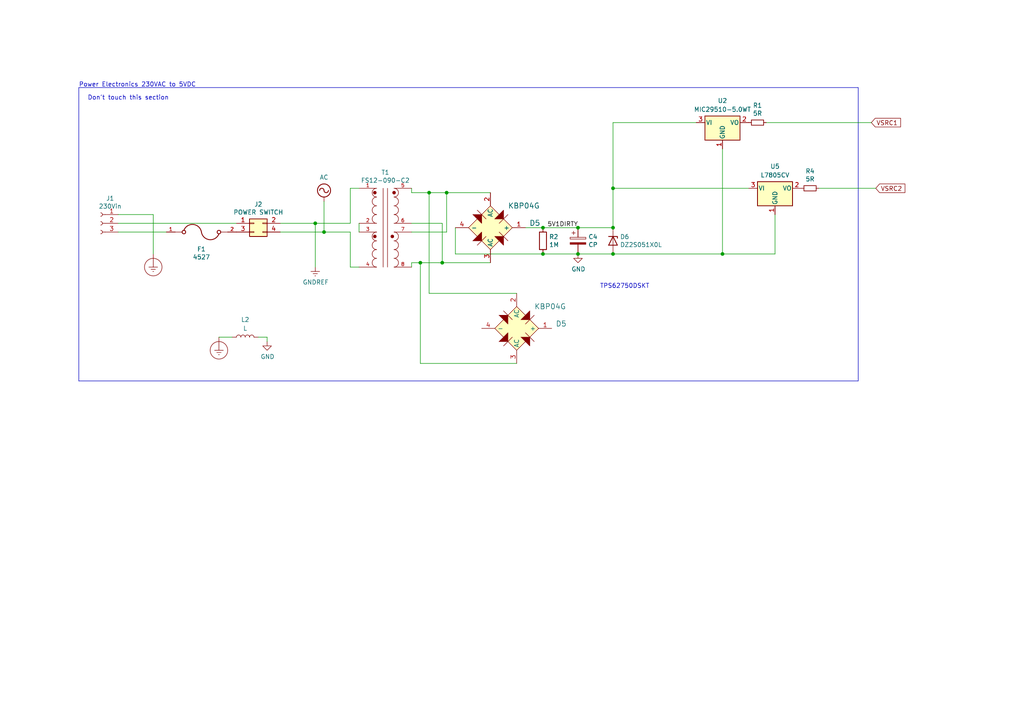
<source format=kicad_sch>
(kicad_sch (version 20230121) (generator eeschema)

  (uuid 117a513a-f8f1-42a0-8cad-67b4f3462d4d)

  (paper "A4")

  (lib_symbols
    (symbol "Connector:Conn_01x03_Female" (pin_names (offset 1.016) hide) (in_bom yes) (on_board yes)
      (property "Reference" "J" (at 0 5.08 0)
        (effects (font (size 1.27 1.27)))
      )
      (property "Value" "Connector_Conn_01x03_Female" (at 0 -5.08 0)
        (effects (font (size 1.27 1.27)))
      )
      (property "Footprint" "" (at 0 0 0)
        (effects (font (size 1.27 1.27)) hide)
      )
      (property "Datasheet" "" (at 0 0 0)
        (effects (font (size 1.27 1.27)) hide)
      )
      (property "ki_fp_filters" "Connector*:*_1x??_*" (at 0 0 0)
        (effects (font (size 1.27 1.27)) hide)
      )
      (symbol "Conn_01x03_Female_1_1"
        (arc (start 0 -2.032) (mid -0.5058 -2.54) (end 0 -3.048)
          (stroke (width 0.1524) (type solid))
          (fill (type none))
        )
        (polyline
          (pts
            (xy -1.27 -2.54)
            (xy -0.508 -2.54)
          )
          (stroke (width 0.1524) (type solid))
          (fill (type none))
        )
        (polyline
          (pts
            (xy -1.27 0)
            (xy -0.508 0)
          )
          (stroke (width 0.1524) (type solid))
          (fill (type none))
        )
        (polyline
          (pts
            (xy -1.27 2.54)
            (xy -0.508 2.54)
          )
          (stroke (width 0.1524) (type solid))
          (fill (type none))
        )
        (arc (start 0 0.508) (mid -0.5058 0) (end 0 -0.508)
          (stroke (width 0.1524) (type solid))
          (fill (type none))
        )
        (arc (start 0 3.048) (mid -0.5058 2.54) (end 0 2.032)
          (stroke (width 0.1524) (type solid))
          (fill (type none))
        )
        (pin passive line (at -5.08 2.54 0) (length 3.81)
          (name "Pin_1" (effects (font (size 1.27 1.27))))
          (number "1" (effects (font (size 1.27 1.27))))
        )
        (pin passive line (at -5.08 0 0) (length 3.81)
          (name "Pin_2" (effects (font (size 1.27 1.27))))
          (number "2" (effects (font (size 1.27 1.27))))
        )
        (pin passive line (at -5.08 -2.54 0) (length 3.81)
          (name "Pin_3" (effects (font (size 1.27 1.27))))
          (number "3" (effects (font (size 1.27 1.27))))
        )
      )
    )
    (symbol "Connector_Generic:Conn_02x02_Odd_Even" (pin_names (offset 1.016) hide) (in_bom yes) (on_board yes)
      (property "Reference" "J" (at 1.27 2.54 0)
        (effects (font (size 1.27 1.27)))
      )
      (property "Value" "Conn_02x02_Odd_Even" (at 1.27 -5.08 0)
        (effects (font (size 1.27 1.27)))
      )
      (property "Footprint" "" (at 0 0 0)
        (effects (font (size 1.27 1.27)) hide)
      )
      (property "Datasheet" "~" (at 0 0 0)
        (effects (font (size 1.27 1.27)) hide)
      )
      (property "ki_keywords" "connector" (at 0 0 0)
        (effects (font (size 1.27 1.27)) hide)
      )
      (property "ki_description" "Generic connector, double row, 02x02, odd/even pin numbering scheme (row 1 odd numbers, row 2 even numbers), script generated (kicad-library-utils/schlib/autogen/connector/)" (at 0 0 0)
        (effects (font (size 1.27 1.27)) hide)
      )
      (property "ki_fp_filters" "Connector*:*_2x??_*" (at 0 0 0)
        (effects (font (size 1.27 1.27)) hide)
      )
      (symbol "Conn_02x02_Odd_Even_1_1"
        (rectangle (start -1.27 -2.413) (end 0 -2.667)
          (stroke (width 0.1524) (type default))
          (fill (type none))
        )
        (rectangle (start -1.27 0.127) (end 0 -0.127)
          (stroke (width 0.1524) (type default))
          (fill (type none))
        )
        (rectangle (start -1.27 1.27) (end 3.81 -3.81)
          (stroke (width 0.254) (type default))
          (fill (type background))
        )
        (rectangle (start 3.81 -2.413) (end 2.54 -2.667)
          (stroke (width 0.1524) (type default))
          (fill (type none))
        )
        (rectangle (start 3.81 0.127) (end 2.54 -0.127)
          (stroke (width 0.1524) (type default))
          (fill (type none))
        )
        (pin passive line (at -5.08 0 0) (length 3.81)
          (name "Pin_1" (effects (font (size 1.27 1.27))))
          (number "1" (effects (font (size 1.27 1.27))))
        )
        (pin passive line (at 7.62 0 180) (length 3.81)
          (name "Pin_2" (effects (font (size 1.27 1.27))))
          (number "2" (effects (font (size 1.27 1.27))))
        )
        (pin passive line (at -5.08 -2.54 0) (length 3.81)
          (name "Pin_3" (effects (font (size 1.27 1.27))))
          (number "3" (effects (font (size 1.27 1.27))))
        )
        (pin passive line (at 7.62 -2.54 180) (length 3.81)
          (name "Pin_4" (effects (font (size 1.27 1.27))))
          (number "4" (effects (font (size 1.27 1.27))))
        )
      )
    )
    (symbol "Device:L" (pin_numbers hide) (pin_names (offset 1.016) hide) (in_bom yes) (on_board yes)
      (property "Reference" "L" (at -1.27 0 90)
        (effects (font (size 1.27 1.27)))
      )
      (property "Value" "L" (at 1.905 0 90)
        (effects (font (size 1.27 1.27)))
      )
      (property "Footprint" "" (at 0 0 0)
        (effects (font (size 1.27 1.27)) hide)
      )
      (property "Datasheet" "~" (at 0 0 0)
        (effects (font (size 1.27 1.27)) hide)
      )
      (property "ki_keywords" "inductor choke coil reactor magnetic" (at 0 0 0)
        (effects (font (size 1.27 1.27)) hide)
      )
      (property "ki_description" "Inductor" (at 0 0 0)
        (effects (font (size 1.27 1.27)) hide)
      )
      (property "ki_fp_filters" "Choke_* *Coil* Inductor_* L_*" (at 0 0 0)
        (effects (font (size 1.27 1.27)) hide)
      )
      (symbol "L_0_1"
        (arc (start 0 -2.54) (mid 0.6323 -1.905) (end 0 -1.27)
          (stroke (width 0) (type default))
          (fill (type none))
        )
        (arc (start 0 -1.27) (mid 0.6323 -0.635) (end 0 0)
          (stroke (width 0) (type default))
          (fill (type none))
        )
        (arc (start 0 0) (mid 0.6323 0.635) (end 0 1.27)
          (stroke (width 0) (type default))
          (fill (type none))
        )
        (arc (start 0 1.27) (mid 0.6323 1.905) (end 0 2.54)
          (stroke (width 0) (type default))
          (fill (type none))
        )
      )
      (symbol "L_1_1"
        (pin passive line (at 0 3.81 270) (length 1.27)
          (name "1" (effects (font (size 1.27 1.27))))
          (number "1" (effects (font (size 1.27 1.27))))
        )
        (pin passive line (at 0 -3.81 90) (length 1.27)
          (name "2" (effects (font (size 1.27 1.27))))
          (number "2" (effects (font (size 1.27 1.27))))
        )
      )
    )
    (symbol "Device:R" (pin_numbers hide) (pin_names (offset 0)) (in_bom yes) (on_board yes)
      (property "Reference" "R" (at 2.032 0 90)
        (effects (font (size 1.27 1.27)))
      )
      (property "Value" "R" (at 0 0 90)
        (effects (font (size 1.27 1.27)))
      )
      (property "Footprint" "" (at -1.778 0 90)
        (effects (font (size 1.27 1.27)) hide)
      )
      (property "Datasheet" "~" (at 0 0 0)
        (effects (font (size 1.27 1.27)) hide)
      )
      (property "ki_keywords" "R res resistor" (at 0 0 0)
        (effects (font (size 1.27 1.27)) hide)
      )
      (property "ki_description" "Resistor" (at 0 0 0)
        (effects (font (size 1.27 1.27)) hide)
      )
      (property "ki_fp_filters" "R_*" (at 0 0 0)
        (effects (font (size 1.27 1.27)) hide)
      )
      (symbol "R_0_1"
        (rectangle (start -1.016 -2.54) (end 1.016 2.54)
          (stroke (width 0.254) (type default))
          (fill (type none))
        )
      )
      (symbol "R_1_1"
        (pin passive line (at 0 3.81 270) (length 1.27)
          (name "~" (effects (font (size 1.27 1.27))))
          (number "1" (effects (font (size 1.27 1.27))))
        )
        (pin passive line (at 0 -3.81 90) (length 1.27)
          (name "~" (effects (font (size 1.27 1.27))))
          (number "2" (effects (font (size 1.27 1.27))))
        )
      )
    )
    (symbol "Device:R_Small" (pin_numbers hide) (pin_names (offset 0.254) hide) (in_bom yes) (on_board yes)
      (property "Reference" "R" (at 0.762 0.508 0)
        (effects (font (size 1.27 1.27)) (justify left))
      )
      (property "Value" "R_Small" (at 0.762 -1.016 0)
        (effects (font (size 1.27 1.27)) (justify left))
      )
      (property "Footprint" "" (at 0 0 0)
        (effects (font (size 1.27 1.27)) hide)
      )
      (property "Datasheet" "~" (at 0 0 0)
        (effects (font (size 1.27 1.27)) hide)
      )
      (property "ki_keywords" "R resistor" (at 0 0 0)
        (effects (font (size 1.27 1.27)) hide)
      )
      (property "ki_description" "Resistor, small symbol" (at 0 0 0)
        (effects (font (size 1.27 1.27)) hide)
      )
      (property "ki_fp_filters" "R_*" (at 0 0 0)
        (effects (font (size 1.27 1.27)) hide)
      )
      (symbol "R_Small_0_1"
        (rectangle (start -0.762 1.778) (end 0.762 -1.778)
          (stroke (width 0.2032) (type default))
          (fill (type none))
        )
      )
      (symbol "R_Small_1_1"
        (pin passive line (at 0 2.54 270) (length 0.762)
          (name "~" (effects (font (size 1.27 1.27))))
          (number "1" (effects (font (size 1.27 1.27))))
        )
        (pin passive line (at 0 -2.54 90) (length 0.762)
          (name "~" (effects (font (size 1.27 1.27))))
          (number "2" (effects (font (size 1.27 1.27))))
        )
      )
    )
    (symbol "Diode:DZ2S051X0L" (pin_numbers hide) (pin_names hide) (in_bom yes) (on_board yes)
      (property "Reference" "D" (at 0 2.54 0)
        (effects (font (size 1.27 1.27)))
      )
      (property "Value" "DZ2S051X0L" (at 0 -2.54 0)
        (effects (font (size 1.27 1.27)))
      )
      (property "Footprint" "Diode_SMD:D_SOD-523" (at 0 -4.445 0)
        (effects (font (size 1.27 1.27)) hide)
      )
      (property "Datasheet" "https://industrial.panasonic.com/content/data/SC/ds/ds4/DZ2S05100L_E.pdf" (at 0 0 0)
        (effects (font (size 1.27 1.27)) hide)
      )
      (property "ki_keywords" "zener diode" (at 0 0 0)
        (effects (font (size 1.27 1.27)) hide)
      )
      (property "ki_description" "150mW Silicon Planar Zener Diode, 5.1V, SOD-523" (at 0 0 0)
        (effects (font (size 1.27 1.27)) hide)
      )
      (property "ki_fp_filters" "D?SOD?523*" (at 0 0 0)
        (effects (font (size 1.27 1.27)) hide)
      )
      (symbol "DZ2S051X0L_0_1"
        (polyline
          (pts
            (xy 1.27 0)
            (xy -1.27 0)
          )
          (stroke (width 0) (type default))
          (fill (type none))
        )
        (polyline
          (pts
            (xy -1.27 -1.27)
            (xy -1.27 1.27)
            (xy -0.762 1.27)
          )
          (stroke (width 0.254) (type default))
          (fill (type none))
        )
        (polyline
          (pts
            (xy 1.27 -1.27)
            (xy 1.27 1.27)
            (xy -1.27 0)
            (xy 1.27 -1.27)
          )
          (stroke (width 0.254) (type default))
          (fill (type none))
        )
      )
      (symbol "DZ2S051X0L_1_1"
        (pin passive line (at -3.81 0 0) (length 2.54)
          (name "K" (effects (font (size 1.27 1.27))))
          (number "1" (effects (font (size 1.27 1.27))))
        )
        (pin passive line (at 3.81 0 180) (length 2.54)
          (name "A" (effects (font (size 1.27 1.27))))
          (number "2" (effects (font (size 1.27 1.27))))
        )
      )
    )
    (symbol "FS12-090-C2:FS12-090-C2" (pin_names (offset 1.016) hide) (in_bom yes) (on_board yes)
      (property "Reference" "T" (at -5.1054 12.7254 0)
        (effects (font (size 1.27 1.27)) (justify left bottom))
      )
      (property "Value" "FS12-090-C2" (at -5.08 -15.24 0)
        (effects (font (size 1.27 1.27)) (justify left bottom))
      )
      (property "Footprint" "XFMR_FS12-090-C2" (at 0 0 0)
        (effects (font (size 1.27 1.27)) (justify left bottom) hide)
      )
      (property "Datasheet" "" (at 0 0 0)
        (effects (font (size 1.27 1.27)) (justify left bottom) hide)
      )
      (property "STANDARD" "Manufacturer Recommendations" (at 0 0 0)
        (effects (font (size 1.27 1.27)) (justify left bottom) hide)
      )
      (property "PARTREV" "N/A" (at 0 0 0)
        (effects (font (size 1.27 1.27)) (justify left bottom) hide)
      )
      (property "MANUFACTURER" "Triad Magnetics" (at 0 0 0)
        (effects (font (size 1.27 1.27)) (justify left bottom) hide)
      )
      (property "ki_locked" "" (at 0 0 0)
        (effects (font (size 1.27 1.27)))
      )
      (symbol "FS12-090-C2_0_0"
        (circle (center -3.048 -3.81) (radius 0.254)
          (stroke (width 0.508) (type solid))
          (fill (type none))
        )
        (circle (center -3.048 8.89) (radius 0.254)
          (stroke (width 0.508) (type solid))
          (fill (type none))
        )
        (arc (start -2.54 -10.16) (mid -3.8045 -11.43) (end -2.54 -12.7)
          (stroke (width 0.1524) (type solid))
          (fill (type none))
        )
        (arc (start -2.54 -7.62) (mid -3.8045 -8.89) (end -2.54 -10.16)
          (stroke (width 0.1524) (type solid))
          (fill (type none))
        )
        (arc (start -2.54 -5.08) (mid -3.8045 -6.35) (end -2.54 -7.62)
          (stroke (width 0.1524) (type solid))
          (fill (type none))
        )
        (arc (start -2.54 -2.54) (mid -3.8045 -3.81) (end -2.54 -5.08)
          (stroke (width 0.1524) (type solid))
          (fill (type none))
        )
        (arc (start -2.54 2.54) (mid -3.8045 1.27) (end -2.54 0)
          (stroke (width 0.1524) (type solid))
          (fill (type none))
        )
        (arc (start -2.54 5.08) (mid -3.8045 3.81) (end -2.54 2.54)
          (stroke (width 0.1524) (type solid))
          (fill (type none))
        )
        (arc (start -2.54 7.62) (mid -3.8045 6.35) (end -2.54 5.08)
          (stroke (width 0.1524) (type solid))
          (fill (type none))
        )
        (arc (start -2.54 10.16) (mid -3.8045 8.89) (end -2.54 7.62)
          (stroke (width 0.1524) (type solid))
          (fill (type none))
        )
        (polyline
          (pts
            (xy -0.635 10.16)
            (xy -0.635 -12.7)
          )
          (stroke (width 0.1524) (type solid))
          (fill (type none))
        )
        (polyline
          (pts
            (xy 0.635 10.16)
            (xy 0.635 -12.7)
          )
          (stroke (width 0.1524) (type solid))
          (fill (type none))
        )
        (circle (center 2.032 -3.81) (radius 0.254)
          (stroke (width 0.508) (type solid))
          (fill (type none))
        )
        (arc (start 2.54 -12.7) (mid 3.8045 -11.43) (end 2.54 -10.16)
          (stroke (width 0.1524) (type solid))
          (fill (type none))
        )
        (arc (start 2.54 -10.16) (mid 3.8045 -8.89) (end 2.54 -7.62)
          (stroke (width 0.1524) (type solid))
          (fill (type none))
        )
        (arc (start 2.54 -7.62) (mid 3.8045 -6.35) (end 2.54 -5.08)
          (stroke (width 0.1524) (type solid))
          (fill (type none))
        )
        (arc (start 2.54 -5.08) (mid 3.8045 -3.81) (end 2.54 -2.54)
          (stroke (width 0.1524) (type solid))
          (fill (type none))
        )
        (arc (start 2.54 0) (mid 3.8045 1.27) (end 2.54 2.54)
          (stroke (width 0.1524) (type solid))
          (fill (type none))
        )
        (arc (start 2.54 2.54) (mid 3.8045 3.81) (end 2.54 5.08)
          (stroke (width 0.1524) (type solid))
          (fill (type none))
        )
        (arc (start 2.54 5.08) (mid 3.8045 6.35) (end 2.54 7.62)
          (stroke (width 0.1524) (type solid))
          (fill (type none))
        )
        (arc (start 2.54 7.62) (mid 3.8045 8.89) (end 2.54 10.16)
          (stroke (width 0.1524) (type solid))
          (fill (type none))
        )
        (circle (center 2.54 8.89) (radius 0.254)
          (stroke (width 0.508) (type solid))
          (fill (type none))
        )
        (pin passive line (at -7.62 10.16 0) (length 5.08)
          (name "~" (effects (font (size 1.016 1.016))))
          (number "1" (effects (font (size 1.016 1.016))))
        )
        (pin passive line (at -7.62 0 0) (length 5.08)
          (name "~" (effects (font (size 1.016 1.016))))
          (number "2" (effects (font (size 1.016 1.016))))
        )
        (pin passive line (at -7.62 -2.54 0) (length 5.08)
          (name "~" (effects (font (size 1.016 1.016))))
          (number "3" (effects (font (size 1.016 1.016))))
        )
        (pin passive line (at -7.62 -12.7 0) (length 5.08)
          (name "~" (effects (font (size 1.016 1.016))))
          (number "4" (effects (font (size 1.016 1.016))))
        )
        (pin passive line (at 7.62 10.16 180) (length 5.08)
          (name "~" (effects (font (size 1.016 1.016))))
          (number "5" (effects (font (size 1.016 1.016))))
        )
        (pin passive line (at 7.62 0 180) (length 5.08)
          (name "~" (effects (font (size 1.016 1.016))))
          (number "6" (effects (font (size 1.016 1.016))))
        )
        (pin passive line (at 7.62 -2.54 180) (length 5.08)
          (name "~" (effects (font (size 1.016 1.016))))
          (number "7" (effects (font (size 1.016 1.016))))
        )
        (pin passive line (at 7.62 -12.7 180) (length 5.08)
          (name "~" (effects (font (size 1.016 1.016))))
          (number "8" (effects (font (size 1.016 1.016))))
        )
      )
    )
    (symbol "Regulator_Linear:AP2127N-1.0" (pin_names (offset 0.254)) (in_bom yes) (on_board yes)
      (property "Reference" "U" (at -3.81 3.175 0)
        (effects (font (size 1.27 1.27)))
      )
      (property "Value" "AP2127N-1.0" (at 0 3.175 0)
        (effects (font (size 1.27 1.27)) (justify left))
      )
      (property "Footprint" "Package_TO_SOT_SMD:SOT-23" (at 0 5.715 0)
        (effects (font (size 1.27 1.27) italic) hide)
      )
      (property "Datasheet" "https://www.diodes.com/assets/Datasheets/AP2127.pdf" (at 0 0 0)
        (effects (font (size 1.27 1.27)) hide)
      )
      (property "ki_keywords" "linear regulator ldo fixed positive" (at 0 0 0)
        (effects (font (size 1.27 1.27)) hide)
      )
      (property "ki_description" "300mA low dropout linear regulator, shutdown pin, 2.5V-6V input voltage, 1.0V fixed positive output, SOT-23 package" (at 0 0 0)
        (effects (font (size 1.27 1.27)) hide)
      )
      (property "ki_fp_filters" "SOT?23*" (at 0 0 0)
        (effects (font (size 1.27 1.27)) hide)
      )
      (symbol "AP2127N-1.0_0_1"
        (rectangle (start -5.08 1.905) (end 5.08 -5.08)
          (stroke (width 0.254) (type default))
          (fill (type background))
        )
      )
      (symbol "AP2127N-1.0_1_1"
        (pin power_in line (at 0 -7.62 90) (length 2.54)
          (name "GND" (effects (font (size 1.27 1.27))))
          (number "1" (effects (font (size 1.27 1.27))))
        )
        (pin power_out line (at 7.62 0 180) (length 2.54)
          (name "VO" (effects (font (size 1.27 1.27))))
          (number "2" (effects (font (size 1.27 1.27))))
        )
        (pin power_in line (at -7.62 0 0) (length 2.54)
          (name "VI" (effects (font (size 1.27 1.27))))
          (number "3" (effects (font (size 1.27 1.27))))
        )
      )
    )
    (symbol "power:AC" (power) (pin_names (offset 0)) (in_bom yes) (on_board yes)
      (property "Reference" "#PWR" (at 0 -2.54 0)
        (effects (font (size 1.27 1.27)) hide)
      )
      (property "Value" "AC" (at 0 6.35 0)
        (effects (font (size 1.27 1.27)))
      )
      (property "Footprint" "" (at 0 0 0)
        (effects (font (size 1.27 1.27)) hide)
      )
      (property "Datasheet" "" (at 0 0 0)
        (effects (font (size 1.27 1.27)) hide)
      )
      (property "ki_keywords" "global power" (at 0 0 0)
        (effects (font (size 1.27 1.27)) hide)
      )
      (property "ki_description" "Power symbol creates a global label with name \"AC\"" (at 0 0 0)
        (effects (font (size 1.27 1.27)) hide)
      )
      (symbol "AC_0_1"
        (polyline
          (pts
            (xy 0 0)
            (xy 0 1.27)
          )
          (stroke (width 0) (type default))
          (fill (type none))
        )
        (arc (start 0 3.175) (mid -0.635 3.8073) (end -1.27 3.175)
          (stroke (width 0.254) (type default))
          (fill (type none))
        )
        (arc (start 0 3.175) (mid 0.635 2.5427) (end 1.27 3.175)
          (stroke (width 0.254) (type default))
          (fill (type none))
        )
        (circle (center 0 3.175) (radius 1.905)
          (stroke (width 0.254) (type default))
          (fill (type none))
        )
      )
      (symbol "AC_1_1"
        (pin power_in line (at 0 0 90) (length 0) hide
          (name "AC" (effects (font (size 1.27 1.27))))
          (number "1" (effects (font (size 1.27 1.27))))
        )
      )
    )
    (symbol "power:Earth_Protective" (power) (pin_names (offset 0)) (in_bom yes) (on_board yes)
      (property "Reference" "#PWR" (at 6.35 -6.35 0)
        (effects (font (size 1.27 1.27)) hide)
      )
      (property "Value" "Earth_Protective" (at 11.43 -3.81 0)
        (effects (font (size 1.27 1.27)) hide)
      )
      (property "Footprint" "" (at 0 -2.54 0)
        (effects (font (size 1.27 1.27)) hide)
      )
      (property "Datasheet" "~" (at 0 -2.54 0)
        (effects (font (size 1.27 1.27)) hide)
      )
      (property "ki_keywords" "global ground gnd clean" (at 0 0 0)
        (effects (font (size 1.27 1.27)) hide)
      )
      (property "ki_description" "Power symbol creates a global label with name \"Earth_Protective\"" (at 0 0 0)
        (effects (font (size 1.27 1.27)) hide)
      )
      (symbol "Earth_Protective_0_1"
        (circle (center 0 -3.81) (radius 2.54)
          (stroke (width 0) (type default))
          (fill (type none))
        )
        (polyline
          (pts
            (xy -0.635 -4.445)
            (xy 0.635 -4.445)
          )
          (stroke (width 0) (type default))
          (fill (type none))
        )
        (polyline
          (pts
            (xy -0.127 -5.08)
            (xy 0.127 -5.08)
          )
          (stroke (width 0) (type default))
          (fill (type none))
        )
        (polyline
          (pts
            (xy 0 -3.81)
            (xy 0 0)
          )
          (stroke (width 0) (type default))
          (fill (type none))
        )
        (polyline
          (pts
            (xy 1.27 -3.81)
            (xy -1.27 -3.81)
          )
          (stroke (width 0) (type default))
          (fill (type none))
        )
      )
      (symbol "Earth_Protective_1_1"
        (pin power_in line (at 0 0 270) (length 0) hide
          (name "Earth_Protective" (effects (font (size 1.27 1.27))))
          (number "1" (effects (font (size 1.27 1.27))))
        )
      )
    )
    (symbol "power:GND" (power) (pin_names (offset 0)) (in_bom yes) (on_board yes)
      (property "Reference" "#PWR" (at 0 -6.35 0)
        (effects (font (size 1.27 1.27)) hide)
      )
      (property "Value" "GND" (at 0 -3.81 0)
        (effects (font (size 1.27 1.27)))
      )
      (property "Footprint" "" (at 0 0 0)
        (effects (font (size 1.27 1.27)) hide)
      )
      (property "Datasheet" "" (at 0 0 0)
        (effects (font (size 1.27 1.27)) hide)
      )
      (property "ki_keywords" "global power" (at 0 0 0)
        (effects (font (size 1.27 1.27)) hide)
      )
      (property "ki_description" "Power symbol creates a global label with name \"GND\" , ground" (at 0 0 0)
        (effects (font (size 1.27 1.27)) hide)
      )
      (symbol "GND_0_1"
        (polyline
          (pts
            (xy 0 0)
            (xy 0 -1.27)
            (xy 1.27 -1.27)
            (xy 0 -2.54)
            (xy -1.27 -1.27)
            (xy 0 -1.27)
          )
          (stroke (width 0) (type default))
          (fill (type none))
        )
      )
      (symbol "GND_1_1"
        (pin power_in line (at 0 0 270) (length 0) hide
          (name "GND" (effects (font (size 1.27 1.27))))
          (number "1" (effects (font (size 1.27 1.27))))
        )
      )
    )
    (symbol "power:GNDREF" (power) (pin_names (offset 0)) (in_bom yes) (on_board yes)
      (property "Reference" "#PWR" (at 0 -6.35 0)
        (effects (font (size 1.27 1.27)) hide)
      )
      (property "Value" "GNDREF" (at 0 -3.81 0)
        (effects (font (size 1.27 1.27)))
      )
      (property "Footprint" "" (at 0 0 0)
        (effects (font (size 1.27 1.27)) hide)
      )
      (property "Datasheet" "" (at 0 0 0)
        (effects (font (size 1.27 1.27)) hide)
      )
      (property "ki_keywords" "global power" (at 0 0 0)
        (effects (font (size 1.27 1.27)) hide)
      )
      (property "ki_description" "Power symbol creates a global label with name \"GNDREF\" , reference supply ground" (at 0 0 0)
        (effects (font (size 1.27 1.27)) hide)
      )
      (symbol "GNDREF_0_1"
        (polyline
          (pts
            (xy -0.635 -1.905)
            (xy 0.635 -1.905)
          )
          (stroke (width 0) (type default))
          (fill (type none))
        )
        (polyline
          (pts
            (xy -0.127 -2.54)
            (xy 0.127 -2.54)
          )
          (stroke (width 0) (type default))
          (fill (type none))
        )
        (polyline
          (pts
            (xy 0 -1.27)
            (xy 0 0)
          )
          (stroke (width 0) (type default))
          (fill (type none))
        )
        (polyline
          (pts
            (xy 1.27 -1.27)
            (xy -1.27 -1.27)
          )
          (stroke (width 0) (type default))
          (fill (type none))
        )
      )
      (symbol "GNDREF_1_1"
        (pin power_in line (at 0 0 270) (length 0) hide
          (name "GNDREF" (effects (font (size 1.27 1.27))))
          (number "1" (effects (font (size 1.27 1.27))))
        )
      )
    )
    (symbol "varaajamonitori-rescue:4527-4527" (pin_names (offset 1.016) hide) (in_bom yes) (on_board yes)
      (property "Reference" "F" (at -5.08 2.54 0)
        (effects (font (size 1.27 1.27)) (justify left bottom))
      )
      (property "Value" "4527-4527" (at -5.08 -5.08 0)
        (effects (font (size 1.27 1.27)) (justify left bottom))
      )
      (property "Footprint" "FUSE_4527" (at 0 0 0)
        (effects (font (size 1.27 1.27)) (justify left bottom) hide)
      )
      (property "Datasheet" "" (at 0 0 0)
        (effects (font (size 1.27 1.27)) (justify left bottom) hide)
      )
      (property "PARTREV" "B" (at 0 0 0)
        (effects (font (size 1.27 1.27)) (justify left bottom) hide)
      )
      (property "STANDARD" "Manufacturer Recommendations" (at 0 0 0)
        (effects (font (size 1.27 1.27)) (justify left bottom) hide)
      )
      (property "MANUFACTURER" "KEYSTONE" (at 0 0 0)
        (effects (font (size 1.27 1.27)) (justify left bottom) hide)
      )
      (property "ki_locked" "" (at 0 0 0)
        (effects (font (size 1.27 1.27)))
      )
      (symbol "4527-4527_0_0"
        (circle (center -5.08 0) (radius 0.508)
          (stroke (width 0.254) (type solid))
          (fill (type none))
        )
        (arc (start 0 0) (mid -2.3504 2.2064) (end -5.08 0.508)
          (stroke (width 0.254) (type solid))
          (fill (type none))
        )
        (polyline
          (pts
            (xy -7.62 0)
            (xy -5.588 0)
          )
          (stroke (width 0.1524) (type solid))
          (fill (type none))
        )
        (polyline
          (pts
            (xy 5.588 0)
            (xy 7.62 0)
          )
          (stroke (width 0.1524) (type solid))
          (fill (type none))
        )
        (arc (start 0 0) (mid 2.3504 -2.2064) (end 5.08 -0.508)
          (stroke (width 0.254) (type solid))
          (fill (type none))
        )
        (circle (center 5.08 0) (radius 0.508)
          (stroke (width 0.254) (type solid))
          (fill (type none))
        )
        (pin passive line (at -10.16 0 0) (length 2.54)
          (name "~" (effects (font (size 1.016 1.016))))
          (number "1" (effects (font (size 1.016 1.016))))
        )
        (pin passive line (at 10.16 0 180) (length 2.54)
          (name "~" (effects (font (size 1.016 1.016))))
          (number "2" (effects (font (size 1.016 1.016))))
        )
      )
    )
    (symbol "varaajamonitori-rescue:CP-Device" (pin_numbers hide) (pin_names (offset 0.254)) (in_bom yes) (on_board yes)
      (property "Reference" "C" (at 0.635 2.54 0)
        (effects (font (size 1.27 1.27)) (justify left))
      )
      (property "Value" "CP-Device" (at 0.635 -2.54 0)
        (effects (font (size 1.27 1.27)) (justify left))
      )
      (property "Footprint" "" (at 0.9652 -3.81 0)
        (effects (font (size 1.27 1.27)) hide)
      )
      (property "Datasheet" "" (at 0 0 0)
        (effects (font (size 1.27 1.27)) hide)
      )
      (property "ki_fp_filters" "CP_*" (at 0 0 0)
        (effects (font (size 1.27 1.27)) hide)
      )
      (symbol "CP-Device_0_1"
        (rectangle (start -2.286 0.508) (end 2.286 1.016)
          (stroke (width 0) (type solid))
          (fill (type none))
        )
        (polyline
          (pts
            (xy -1.778 2.286)
            (xy -0.762 2.286)
          )
          (stroke (width 0) (type solid))
          (fill (type none))
        )
        (polyline
          (pts
            (xy -1.27 2.794)
            (xy -1.27 1.778)
          )
          (stroke (width 0) (type solid))
          (fill (type none))
        )
        (rectangle (start 2.286 -0.508) (end -2.286 -1.016)
          (stroke (width 0) (type solid))
          (fill (type outline))
        )
      )
      (symbol "CP-Device_1_1"
        (pin passive line (at 0 3.81 270) (length 2.794)
          (name "~" (effects (font (size 1.27 1.27))))
          (number "1" (effects (font (size 1.27 1.27))))
        )
        (pin passive line (at 0 -3.81 90) (length 2.794)
          (name "~" (effects (font (size 1.27 1.27))))
          (number "2" (effects (font (size 1.27 1.27))))
        )
      )
    )
    (symbol "varaajamonitori-rescue:KBP04G-dk_Diodes-Bridge-Rectifiers" (pin_names (offset 0.762)) (in_bom yes) (on_board yes)
      (property "Reference" "D" (at -7.62 6.35 0)
        (effects (font (size 1.524 1.524)) (justify left))
      )
      (property "Value" "KBP04G-dk_Diodes-Bridge-Rectifiers" (at 1.27 -7.62 0)
        (effects (font (size 1.524 1.524)) (justify left))
      )
      (property "Footprint" "digikey-footprints:SIP-4_W3.81mm" (at 5.08 5.08 0)
        (effects (font (size 1.524 1.524)) (justify left) hide)
      )
      (property "Datasheet" "https://www.diodes.com/assets/Datasheets/ds21203.pdf" (at 5.08 7.62 0)
        (effects (font (size 1.524 1.524)) (justify left) hide)
      )
      (property "Digi-Key_PN" "KBP04G-ND" (at 5.08 10.16 0)
        (effects (font (size 1.524 1.524)) (justify left) hide)
      )
      (property "MPN" "KBP04G" (at 5.08 12.7 0)
        (effects (font (size 1.524 1.524)) (justify left) hide)
      )
      (property "Category" "Discrete Semiconductor Products" (at 5.08 15.24 0)
        (effects (font (size 1.524 1.524)) (justify left) hide)
      )
      (property "Family" "Diodes - Bridge Rectifiers" (at 5.08 17.78 0)
        (effects (font (size 1.524 1.524)) (justify left) hide)
      )
      (property "DK_Datasheet_Link" "https://www.diodes.com/assets/Datasheets/ds21203.pdf" (at 5.08 20.32 0)
        (effects (font (size 1.524 1.524)) (justify left) hide)
      )
      (property "DK_Detail_Page" "/product-detail/en/diodes-incorporated/KBP04G/KBP04G-ND/248716" (at 5.08 22.86 0)
        (effects (font (size 1.524 1.524)) (justify left) hide)
      )
      (property "Description" "BRIDGE RECT 1PHASE 400V 1.5A KBP" (at 5.08 25.4 0)
        (effects (font (size 1.524 1.524)) (justify left) hide)
      )
      (property "Manufacturer" "Diodes Incorporated" (at 5.08 27.94 0)
        (effects (font (size 1.524 1.524)) (justify left) hide)
      )
      (property "Status" "Active" (at 5.08 30.48 0)
        (effects (font (size 1.524 1.524)) (justify left) hide)
      )
      (symbol "KBP04G-dk_Diodes-Bridge-Rectifiers_0_1"
        (polyline
          (pts
            (xy -3.81 5.08)
            (xy -1.27 2.54)
          )
          (stroke (width 0) (type solid))
          (fill (type none))
        )
        (polyline
          (pts
            (xy -1.27 -2.54)
            (xy -3.81 -5.08)
          )
          (stroke (width 0) (type solid))
          (fill (type none))
        )
        (polyline
          (pts
            (xy 2.54 -1.27)
            (xy 5.08 -3.81)
          )
          (stroke (width 0) (type solid))
          (fill (type none))
        )
        (polyline
          (pts
            (xy 5.08 3.81)
            (xy 2.54 1.27)
          )
          (stroke (width 0) (type solid))
          (fill (type none))
        )
        (polyline
          (pts
            (xy -5.08 -3.81)
            (xy -2.54 -1.27)
            (xy -2.54 -3.81)
            (xy -5.08 -3.81)
          )
          (stroke (width 0) (type solid))
          (fill (type outline))
        )
        (polyline
          (pts
            (xy -5.08 3.81)
            (xy -2.54 1.27)
            (xy -2.54 3.81)
            (xy -5.08 3.81)
          )
          (stroke (width 0) (type solid))
          (fill (type outline))
        )
        (polyline
          (pts
            (xy 1.27 -2.54)
            (xy 3.81 -5.08)
            (xy 3.81 -2.54)
            (xy 1.27 -2.54)
          )
          (stroke (width 0) (type solid))
          (fill (type outline))
        )
        (polyline
          (pts
            (xy 1.27 2.54)
            (xy 3.81 5.08)
            (xy 3.81 2.54)
            (xy 1.27 2.54)
          )
          (stroke (width 0) (type solid))
          (fill (type outline))
        )
        (polyline
          (pts
            (xy 0 -6.35)
            (xy -6.35 0)
            (xy 0 6.35)
            (xy 6.35 0)
            (xy 0 -6.35)
          )
          (stroke (width 0) (type solid))
          (fill (type background))
        )
      )
      (symbol "KBP04G-dk_Diodes-Bridge-Rectifiers_1_1"
        (pin power_out line (at 10.16 0 180) (length 3.81)
          (name "+" (effects (font (size 1.27 1.27))))
          (number "1" (effects (font (size 1.27 1.27))))
        )
        (pin power_in line (at 0 10.16 270) (length 3.81)
          (name "AC" (effects (font (size 1.27 1.27))))
          (number "2" (effects (font (size 1.27 1.27))))
        )
        (pin power_in line (at 0 -10.16 90) (length 3.81)
          (name "AC" (effects (font (size 1.27 1.27))))
          (number "3" (effects (font (size 1.27 1.27))))
        )
        (pin power_out line (at -10.16 0 0) (length 3.81)
          (name "-" (effects (font (size 1.27 1.27))))
          (number "4" (effects (font (size 1.27 1.27))))
        )
      )
    )
  )

  (junction (at 93.98 67.31) (diameter 0) (color 0 0 0 0)
    (uuid 038d57b0-be14-42f5-882a-ee01aa391cb1)
  )
  (junction (at 177.8 54.61) (diameter 0) (color 0 0 0 0)
    (uuid 14ecb37e-573e-46c9-bba6-8814879677da)
  )
  (junction (at 129.54 55.88) (diameter 0) (color 0 0 0 0)
    (uuid 17e390e0-a35e-46e0-bc79-97b540309a16)
  )
  (junction (at 128.27 76.2) (diameter 0) (color 0 0 0 0)
    (uuid 203bad4c-cdf4-4308-b5eb-840a147ab7ce)
  )
  (junction (at 177.8 73.66) (diameter 0) (color 0 0 0 0)
    (uuid 232899d1-1d01-4604-a984-69973828cf99)
  )
  (junction (at 157.48 73.66) (diameter 0) (color 0 0 0 0)
    (uuid 28552853-1d21-4fad-a2e8-f41fedf28820)
  )
  (junction (at 177.8 66.04) (diameter 0) (color 0 0 0 0)
    (uuid 33ec62fa-f426-40a2-be24-a9462cf04c97)
  )
  (junction (at 124.46 55.88) (diameter 0) (color 0 0 0 0)
    (uuid 3d04da9a-26b0-4882-ae78-a06d3e8f20e9)
  )
  (junction (at 167.64 66.04) (diameter 0) (color 0 0 0 0)
    (uuid 3ddd4354-8cd5-4cf0-b5a1-b7b606d7e4be)
  )
  (junction (at 91.44 64.77) (diameter 0) (color 0 0 0 0)
    (uuid 44582bc5-fb0e-4c70-b51d-c4d2befa5fe7)
  )
  (junction (at 209.55 73.66) (diameter 0) (color 0 0 0 0)
    (uuid 5714fefa-e17e-4298-9c7a-f2fadc95c957)
  )
  (junction (at 157.48 66.04) (diameter 0) (color 0 0 0 0)
    (uuid 5fde5eb9-c07d-42cd-bec0-9eaa174e6a41)
  )
  (junction (at 167.64 73.66) (diameter 0) (color 0 0 0 0)
    (uuid 945b9a60-948e-4f1c-a948-b9cd0e9c1454)
  )
  (junction (at 121.92 76.2) (diameter 0) (color 0 0 0 0)
    (uuid aaaf301b-b6ce-48e8-bf08-ddb63f2b099b)
  )

  (wire (pts (xy 128.27 64.77) (xy 119.38 64.77))
    (stroke (width 0) (type default))
    (uuid 0c5e1440-5c02-49a9-a4e0-5f09c806155e)
  )
  (wire (pts (xy 104.14 54.61) (xy 101.6 54.61))
    (stroke (width 0) (type default))
    (uuid 0f47d00b-ae9d-4a93-b133-68628d970a8c)
  )
  (wire (pts (xy 93.98 58.42) (xy 93.98 67.31))
    (stroke (width 0) (type default))
    (uuid 1562b68f-1151-4471-acc8-304273eb0e4e)
  )
  (wire (pts (xy 34.29 62.23) (xy 44.45 62.23))
    (stroke (width 0) (type default))
    (uuid 1fbe3cf3-3a10-4938-b60f-0c07ddb0caef)
  )
  (polyline (pts (xy 248.92 110.49) (xy 248.92 25.4))
    (stroke (width 0) (type default))
    (uuid 245223e6-791b-4dce-9116-7223ec2643de)
  )

  (wire (pts (xy 224.79 62.23) (xy 224.79 73.66))
    (stroke (width 0) (type default))
    (uuid 26ab1a0d-6a41-4bc2-8c25-82651f6dd514)
  )
  (wire (pts (xy 121.92 105.41) (xy 149.86 105.41))
    (stroke (width 0) (type default))
    (uuid 2f853c5a-544b-48a1-b087-6fd24e24e3a1)
  )
  (wire (pts (xy 93.98 67.31) (xy 101.6 67.31))
    (stroke (width 0) (type default))
    (uuid 33bc1237-f1ce-4fb7-bb85-7b8417c5c9b1)
  )
  (wire (pts (xy 48.26 67.31) (xy 34.29 67.31))
    (stroke (width 0) (type default))
    (uuid 3b5c9810-2c89-4241-9637-75a176be22ab)
  )
  (wire (pts (xy 93.98 67.31) (xy 81.28 67.31))
    (stroke (width 0) (type default))
    (uuid 4711d15d-6e56-47fd-aa73-683c82942902)
  )
  (wire (pts (xy 237.49 54.61) (xy 254 54.61))
    (stroke (width 0) (type default))
    (uuid 4f1c84d5-6da8-4d6f-93b9-c25576d6c74e)
  )
  (wire (pts (xy 167.64 66.04) (xy 177.8 66.04))
    (stroke (width 0) (type default))
    (uuid 4fd54019-55ef-4071-bb87-c48b46f00a10)
  )
  (wire (pts (xy 119.38 76.2) (xy 121.92 76.2))
    (stroke (width 0) (type default))
    (uuid 51dd9782-0f50-4bd2-892a-e04224e21107)
  )
  (wire (pts (xy 121.92 76.2) (xy 121.92 105.41))
    (stroke (width 0) (type default))
    (uuid 52b804b0-090f-4734-a2f7-f39fa3f7d9fa)
  )
  (wire (pts (xy 129.54 67.31) (xy 129.54 55.88))
    (stroke (width 0) (type default))
    (uuid 52bedae2-b84c-4c1e-9711-416783c21563)
  )
  (wire (pts (xy 132.08 73.66) (xy 157.48 73.66))
    (stroke (width 0) (type default))
    (uuid 5d493301-f135-40b0-8471-ac03bda5ad11)
  )
  (wire (pts (xy 119.38 76.2) (xy 119.38 77.47))
    (stroke (width 0) (type default))
    (uuid 64b7ca88-e8c8-4ab2-aecb-527cf3c35f35)
  )
  (wire (pts (xy 128.27 64.77) (xy 128.27 76.2))
    (stroke (width 0) (type default))
    (uuid 659359fa-84b8-4a48-8422-5d5f3a73f4c8)
  )
  (wire (pts (xy 124.46 85.09) (xy 149.86 85.09))
    (stroke (width 0) (type default))
    (uuid 6716ef6e-6609-4454-88f7-3746c60db48d)
  )
  (wire (pts (xy 77.47 97.79) (xy 77.47 99.06))
    (stroke (width 0) (type default))
    (uuid 77000597-7025-411b-9d55-830e27063d5e)
  )
  (wire (pts (xy 167.64 73.66) (xy 177.8 73.66))
    (stroke (width 0) (type default))
    (uuid 850f68d6-6cb5-4277-abf1-af51f6e97cbf)
  )
  (polyline (pts (xy 248.92 25.4) (xy 22.86 25.4))
    (stroke (width 0) (type default))
    (uuid 8586c345-bcd6-433c-a3f2-cbe781554ffa)
  )

  (wire (pts (xy 124.46 55.88) (xy 129.54 55.88))
    (stroke (width 0) (type default))
    (uuid 860b1b9f-bd36-4cfb-bfff-59ce6b59154f)
  )
  (wire (pts (xy 101.6 54.61) (xy 101.6 64.77))
    (stroke (width 0) (type default))
    (uuid 885141c5-d5de-4499-bbef-018c114b0fd1)
  )
  (wire (pts (xy 177.8 73.66) (xy 209.55 73.66))
    (stroke (width 0) (type default))
    (uuid 88a06ca4-613b-42d7-9d03-c202ad30ef0e)
  )
  (wire (pts (xy 101.6 67.31) (xy 101.6 77.47))
    (stroke (width 0) (type default))
    (uuid 8916beab-2520-48fe-9fd1-d04d3d1105c1)
  )
  (wire (pts (xy 119.38 55.88) (xy 119.38 54.61))
    (stroke (width 0) (type default))
    (uuid 8990cc53-6d55-48a5-a247-5a8cc9a2763a)
  )
  (wire (pts (xy 152.4 66.04) (xy 157.48 66.04))
    (stroke (width 0) (type default))
    (uuid 8c7d6dae-7034-45c3-829b-101e7435a257)
  )
  (wire (pts (xy 74.93 97.79) (xy 77.47 97.79))
    (stroke (width 0) (type default))
    (uuid 92a2b8f2-2bb4-4906-9b62-99f698d68cff)
  )
  (wire (pts (xy 104.14 77.47) (xy 101.6 77.47))
    (stroke (width 0) (type default))
    (uuid 9356bb32-a4eb-47ed-bdb3-080e5a5a37d3)
  )
  (wire (pts (xy 177.8 54.61) (xy 177.8 66.04))
    (stroke (width 0) (type default))
    (uuid 943c9850-5345-47a8-9856-09a9edc36557)
  )
  (wire (pts (xy 44.45 62.23) (xy 44.45 73.66))
    (stroke (width 0) (type default))
    (uuid 96cfce29-4d8b-4b2e-b1ef-f59b97f61720)
  )
  (polyline (pts (xy 22.86 110.49) (xy 248.92 110.49))
    (stroke (width 0) (type default))
    (uuid 999a1ff3-65ee-4888-9128-4ea5f88b477f)
  )

  (wire (pts (xy 121.92 76.2) (xy 128.27 76.2))
    (stroke (width 0) (type default))
    (uuid 9b6b70cb-6605-4d4a-938a-17ac77bb1486)
  )
  (wire (pts (xy 124.46 55.88) (xy 124.46 85.09))
    (stroke (width 0) (type default))
    (uuid 9b86ef5e-f7f3-44b7-9122-0338527312bb)
  )
  (wire (pts (xy 34.29 64.77) (xy 68.58 64.77))
    (stroke (width 0) (type default))
    (uuid 9d10bbed-2f4f-4279-998b-4c8dfd5e819d)
  )
  (wire (pts (xy 81.28 64.77) (xy 91.44 64.77))
    (stroke (width 0) (type default))
    (uuid a6dd699a-8b20-4496-876a-87a10570066e)
  )
  (polyline (pts (xy 22.86 25.4) (xy 22.86 110.49))
    (stroke (width 0) (type default))
    (uuid ab329d8f-60be-4e22-9893-f690ca925eda)
  )

  (wire (pts (xy 91.44 64.77) (xy 101.6 64.77))
    (stroke (width 0) (type default))
    (uuid aba43927-3101-483a-8573-c4fb2ac2d359)
  )
  (wire (pts (xy 177.8 35.56) (xy 177.8 54.61))
    (stroke (width 0) (type default))
    (uuid af600b97-20d6-4d7f-b191-da53fd1a27ce)
  )
  (wire (pts (xy 157.48 73.66) (xy 167.64 73.66))
    (stroke (width 0) (type default))
    (uuid b2e69be3-20ce-44e4-8fcc-4855fb297b37)
  )
  (wire (pts (xy 129.54 55.88) (xy 142.24 55.88))
    (stroke (width 0) (type default))
    (uuid b65c8a62-97c7-4966-b9c5-0ea19518767d)
  )
  (wire (pts (xy 157.48 66.04) (xy 167.64 66.04))
    (stroke (width 0) (type default))
    (uuid b8f6f21d-ce5b-4a1c-8e78-e0db79d2e8b6)
  )
  (wire (pts (xy 177.8 35.56) (xy 201.93 35.56))
    (stroke (width 0) (type default))
    (uuid bf0b0589-4a85-4373-8d29-607066c66cf5)
  )
  (wire (pts (xy 209.55 43.18) (xy 209.55 73.66))
    (stroke (width 0) (type default))
    (uuid c056aef3-00e9-41ba-8c8b-2b79a77efaeb)
  )
  (wire (pts (xy 222.25 35.56) (xy 252.73 35.56))
    (stroke (width 0) (type default))
    (uuid c1c3d8e4-731d-4b72-8a6c-985b65e0daed)
  )
  (wire (pts (xy 119.38 55.88) (xy 124.46 55.88))
    (stroke (width 0) (type default))
    (uuid ccba8903-3958-486d-89fb-f710a798d63a)
  )
  (wire (pts (xy 104.14 64.77) (xy 104.14 67.31))
    (stroke (width 0) (type default))
    (uuid d51e607b-19a9-4275-a2d8-5ad3480a438e)
  )
  (wire (pts (xy 132.08 66.04) (xy 132.08 73.66))
    (stroke (width 0) (type default))
    (uuid d93be5a1-a08b-4826-ae73-2b0a4f24e236)
  )
  (wire (pts (xy 128.27 76.2) (xy 142.24 76.2))
    (stroke (width 0) (type default))
    (uuid dc6a86b1-9f72-4722-acf9-6c68d1807cf0)
  )
  (wire (pts (xy 119.38 67.31) (xy 129.54 67.31))
    (stroke (width 0) (type default))
    (uuid e046c267-8890-4082-83d2-e6fcd8880404)
  )
  (wire (pts (xy 177.8 54.61) (xy 217.17 54.61))
    (stroke (width 0) (type default))
    (uuid ee837825-e7cd-436a-afb3-7216d3cd474a)
  )
  (wire (pts (xy 224.79 73.66) (xy 209.55 73.66))
    (stroke (width 0) (type default))
    (uuid eeb009d9-6d26-45f2-b09a-8adf1f7d64c5)
  )
  (wire (pts (xy 63.5 97.79) (xy 67.31 97.79))
    (stroke (width 0) (type default))
    (uuid fb2d1825-90f4-4029-9c59-818ac6198489)
  )
  (wire (pts (xy 91.44 64.77) (xy 91.44 77.47))
    (stroke (width 0) (type default))
    (uuid fd65b400-0337-48b8-80e6-d7f3d4fb0a4c)
  )

  (text "Don't touch this section" (at 25.4 29.21 0)
    (effects (font (size 1.27 1.27)) (justify left bottom))
    (uuid cf697bd9-f530-4b75-a614-8c561fa6fffc)
  )
  (text "Power Electronics 230VAC to 5VDC" (at 22.86 25.4 0)
    (effects (font (size 1.27 1.27)) (justify left bottom))
    (uuid ef2c5352-d806-4a0f-b47d-4c5a509b68f0)
  )
  (text "TPS62750DSKT" (at 173.99 83.82 0)
    (effects (font (size 1.27 1.27)) (justify left bottom))
    (uuid fbb998fd-32f2-4ff8-a33d-d06bb1485347)
  )

  (label "5V1DIRTY" (at 158.75 66.04 0) (fields_autoplaced)
    (effects (font (size 1.27 1.27)) (justify left bottom))
    (uuid befdd974-bae5-479d-95ef-307a84da344f)
  )

  (global_label "VSRC2" (shape input) (at 254 54.61 0) (fields_autoplaced)
    (effects (font (size 1.27 1.27)) (justify left))
    (uuid 5d4a00ab-10ef-42fb-8a25-5db01421ccab)
    (property "Intersheetrefs" "${INTERSHEET_REFS}" (at 262.3786 54.61 0)
      (effects (font (size 1.27 1.27)) (justify left) hide)
    )
  )
  (global_label "VSRC1" (shape input) (at 252.73 35.56 0) (fields_autoplaced)
    (effects (font (size 1.27 1.27)) (justify left))
    (uuid 768dffed-28be-4d8f-92bc-1a23e6333c1e)
    (property "Intersheetrefs" "${INTERSHEET_REFS}" (at 261.1086 35.56 0)
      (effects (font (size 1.27 1.27)) (justify left) hide)
    )
  )

  (symbol (lib_id "Device:R_Small") (at 219.71 35.56 270) (unit 1)
    (in_bom yes) (on_board yes) (dnp no)
    (uuid 08c9913e-ba70-49b2-a61f-70fd70dac7e1)
    (property "Reference" "R1" (at 219.71 30.5816 90)
      (effects (font (size 1.27 1.27)))
    )
    (property "Value" "5R" (at 219.71 32.893 90)
      (effects (font (size 1.27 1.27)))
    )
    (property "Footprint" "Resistor_SMD:R_0805_2012Metric_Pad1.20x1.40mm_HandSolder" (at 219.71 35.56 0)
      (effects (font (size 1.27 1.27)) hide)
    )
    (property "Datasheet" "~" (at 219.71 35.56 0)
      (effects (font (size 1.27 1.27)) hide)
    )
    (pin "1" (uuid 4e62f0d7-b991-46ca-bb13-7806cabce659))
    (pin "2" (uuid f9acb603-79c0-4819-b7bb-bc071c5d0e26))
    (instances
      (project "varaajamonitori"
        (path "/f130c31c-315f-477b-9a38-5a4be0e8af48"
          (reference "R1") (unit 1)
        )
        (path "/f130c31c-315f-477b-9a38-5a4be0e8af48/40f9626e-377f-4720-9a12-6aa5f6808ae4"
          (reference "R21") (unit 1)
        )
      )
    )
  )

  (symbol (lib_id "varaajamonitori-rescue:CP-Device") (at 167.64 69.85 0) (unit 1)
    (in_bom yes) (on_board yes) (dnp no)
    (uuid 27e2fbfa-f42f-41c3-99dd-99f82f926c1e)
    (property "Reference" "C4" (at 170.6372 68.6816 0)
      (effects (font (size 1.27 1.27)) (justify left))
    )
    (property "Value" "CP" (at 170.6372 70.993 0)
      (effects (font (size 1.27 1.27)) (justify left))
    )
    (property "Footprint" "Capacitor_THT:CP_Radial_D8.0mm_P3.50mm" (at 168.6052 73.66 0)
      (effects (font (size 1.27 1.27)) hide)
    )
    (property "Datasheet" "~" (at 167.64 69.85 0)
      (effects (font (size 1.27 1.27)) hide)
    )
    (pin "1" (uuid 298d767a-d18d-4744-8453-9674da6dbb8e))
    (pin "2" (uuid c6e2261b-79eb-44b1-baf0-8a6a37f35e67))
    (instances
      (project "varaajamonitori"
        (path "/f130c31c-315f-477b-9a38-5a4be0e8af48"
          (reference "C4") (unit 1)
        )
        (path "/f130c31c-315f-477b-9a38-5a4be0e8af48/40f9626e-377f-4720-9a12-6aa5f6808ae4"
          (reference "C1") (unit 1)
        )
      )
    )
  )

  (symbol (lib_id "Device:R_Small") (at 234.95 54.61 270) (unit 1)
    (in_bom yes) (on_board yes) (dnp no)
    (uuid 340465da-57bb-4746-ad48-b276d7a049aa)
    (property "Reference" "R4" (at 234.95 49.6316 90)
      (effects (font (size 1.27 1.27)))
    )
    (property "Value" "5R" (at 234.95 51.943 90)
      (effects (font (size 1.27 1.27)))
    )
    (property "Footprint" "Resistor_SMD:R_0805_2012Metric_Pad1.20x1.40mm_HandSolder" (at 234.95 54.61 0)
      (effects (font (size 1.27 1.27)) hide)
    )
    (property "Datasheet" "~" (at 234.95 54.61 0)
      (effects (font (size 1.27 1.27)) hide)
    )
    (pin "1" (uuid d351ec33-a9ea-4d3b-a995-396129761af7))
    (pin "2" (uuid cdfe15dd-4bbe-46ef-b80b-73a9c825cfbf))
    (instances
      (project "varaajamonitori"
        (path "/f130c31c-315f-477b-9a38-5a4be0e8af48"
          (reference "R4") (unit 1)
        )
        (path "/f130c31c-315f-477b-9a38-5a4be0e8af48/40f9626e-377f-4720-9a12-6aa5f6808ae4"
          (reference "R22") (unit 1)
        )
      )
    )
  )

  (symbol (lib_id "power:Earth_Protective") (at 44.45 73.66 0) (unit 1)
    (in_bom yes) (on_board yes) (dnp no)
    (uuid 350c8900-8b0f-4b5f-886c-4eca37bdf36c)
    (property "Reference" "#PWR01" (at 50.8 80.01 0)
      (effects (font (size 1.27 1.27)) hide)
    )
    (property "Value" "Earth_Protective" (at 55.88 77.47 0)
      (effects (font (size 1.27 1.27)) hide)
    )
    (property "Footprint" "" (at 44.45 76.2 0)
      (effects (font (size 1.27 1.27)) hide)
    )
    (property "Datasheet" "~" (at 44.45 76.2 0)
      (effects (font (size 1.27 1.27)) hide)
    )
    (pin "1" (uuid 66210a14-4e45-4fa7-a8f2-a1668a216885))
    (instances
      (project "varaajamonitori"
        (path "/f130c31c-315f-477b-9a38-5a4be0e8af48"
          (reference "#PWR01") (unit 1)
        )
        (path "/f130c31c-315f-477b-9a38-5a4be0e8af48/40f9626e-377f-4720-9a12-6aa5f6808ae4"
          (reference "#PWR013") (unit 1)
        )
      )
    )
  )

  (symbol (lib_id "power:Earth_Protective") (at 63.5 97.79 0) (unit 1)
    (in_bom yes) (on_board yes) (dnp no)
    (uuid 39fc87bd-4a63-4662-b839-5a6e44ce7452)
    (property "Reference" "#PWR029" (at 69.85 104.14 0)
      (effects (font (size 1.27 1.27)) hide)
    )
    (property "Value" "Earth_Protective" (at 74.93 101.6 0)
      (effects (font (size 1.27 1.27)) hide)
    )
    (property "Footprint" "" (at 63.5 100.33 0)
      (effects (font (size 1.27 1.27)) hide)
    )
    (property "Datasheet" "~" (at 63.5 100.33 0)
      (effects (font (size 1.27 1.27)) hide)
    )
    (pin "1" (uuid 21e19322-3279-476f-a0eb-9ba8c9f9a0b5))
    (instances
      (project "varaajamonitori"
        (path "/f130c31c-315f-477b-9a38-5a4be0e8af48"
          (reference "#PWR029") (unit 1)
        )
        (path "/f130c31c-315f-477b-9a38-5a4be0e8af48/40f9626e-377f-4720-9a12-6aa5f6808ae4"
          (reference "#PWR018") (unit 1)
        )
      )
    )
  )

  (symbol (lib_id "Device:R") (at 157.48 69.85 0) (unit 1)
    (in_bom yes) (on_board yes) (dnp no)
    (uuid 3a766e03-9dc8-459c-8833-56f8a3d7734f)
    (property "Reference" "R2" (at 159.258 68.6816 0)
      (effects (font (size 1.27 1.27)) (justify left))
    )
    (property "Value" "1M" (at 159.258 70.993 0)
      (effects (font (size 1.27 1.27)) (justify left))
    )
    (property "Footprint" "Resistor_THT:R_Axial_DIN0309_L9.0mm_D3.2mm_P12.70mm_Horizontal" (at 155.702 69.85 90)
      (effects (font (size 1.27 1.27)) hide)
    )
    (property "Datasheet" "~" (at 157.48 69.85 0)
      (effects (font (size 1.27 1.27)) hide)
    )
    (pin "1" (uuid badf6120-0e52-4082-b301-4d0f942791cc))
    (pin "2" (uuid ff984352-7f17-43ca-9e20-c3afd9338163))
    (instances
      (project "varaajamonitori"
        (path "/f130c31c-315f-477b-9a38-5a4be0e8af48"
          (reference "R2") (unit 1)
        )
        (path "/f130c31c-315f-477b-9a38-5a4be0e8af48/40f9626e-377f-4720-9a12-6aa5f6808ae4"
          (reference "R13") (unit 1)
        )
      )
    )
  )

  (symbol (lib_id "power:GND") (at 167.64 73.66 0) (unit 1)
    (in_bom yes) (on_board yes) (dnp no)
    (uuid 3dbda58e-3f18-43e8-b317-7f1d1d6ccc9d)
    (property "Reference" "#PWR016" (at 167.64 80.01 0)
      (effects (font (size 1.27 1.27)) hide)
    )
    (property "Value" "GND" (at 167.767 78.0542 0)
      (effects (font (size 1.27 1.27)))
    )
    (property "Footprint" "" (at 167.64 73.66 0)
      (effects (font (size 1.27 1.27)) hide)
    )
    (property "Datasheet" "" (at 167.64 73.66 0)
      (effects (font (size 1.27 1.27)) hide)
    )
    (pin "1" (uuid d7f267f1-888a-46d4-85a8-7849def2da89))
    (instances
      (project "varaajamonitori"
        (path "/f130c31c-315f-477b-9a38-5a4be0e8af48"
          (reference "#PWR016") (unit 1)
        )
        (path "/f130c31c-315f-477b-9a38-5a4be0e8af48/40f9626e-377f-4720-9a12-6aa5f6808ae4"
          (reference "#PWR024") (unit 1)
        )
      )
    )
  )

  (symbol (lib_id "Connector:Conn_01x03_Female") (at 29.21 64.77 0) (mirror y) (unit 1)
    (in_bom yes) (on_board yes) (dnp no)
    (uuid 3e59d0f7-80a8-40ce-b688-40b283177f0e)
    (property "Reference" "J1" (at 31.9532 57.531 0)
      (effects (font (size 1.27 1.27)))
    )
    (property "Value" "230Vin" (at 31.9532 59.8424 0)
      (effects (font (size 1.27 1.27)))
    )
    (property "Footprint" "varaajamonitori:side3poscon" (at 29.21 64.77 0)
      (effects (font (size 1.27 1.27)) hide)
    )
    (property "Datasheet" "~" (at 29.21 64.77 0)
      (effects (font (size 1.27 1.27)) hide)
    )
    (pin "2" (uuid 517bf815-6a84-4dcd-a0cc-3cf05fa6375c))
    (pin "3" (uuid e063165c-c531-4aa5-a8b0-c29b323a909c))
    (pin "1" (uuid a1c80f2d-190c-40fc-9296-4e178c564ad6))
    (instances
      (project "varaajamonitori"
        (path "/f130c31c-315f-477b-9a38-5a4be0e8af48"
          (reference "J1") (unit 1)
        )
        (path "/f130c31c-315f-477b-9a38-5a4be0e8af48/40f9626e-377f-4720-9a12-6aa5f6808ae4"
          (reference "J9") (unit 1)
        )
      )
    )
  )

  (symbol (lib_id "Connector_Generic:Conn_02x02_Odd_Even") (at 73.66 64.77 0) (unit 1)
    (in_bom yes) (on_board yes) (dnp no)
    (uuid 5198c3b7-deb6-449d-81fd-ee797bb0c3f1)
    (property "Reference" "J2" (at 74.93 59.2582 0)
      (effects (font (size 1.27 1.27)))
    )
    (property "Value" "POWER SWITCH" (at 74.93 61.5696 0)
      (effects (font (size 1.27 1.27)))
    )
    (property "Footprint" "Connector_Wire:SolderWire-1.5sqmm_1x04_P6mm_D1.7mm_OD3mm" (at 73.66 64.77 0)
      (effects (font (size 1.27 1.27)) hide)
    )
    (property "Datasheet" "~" (at 73.66 64.77 0)
      (effects (font (size 1.27 1.27)) hide)
    )
    (pin "4" (uuid 7caa77ba-d699-4f73-a249-f01b4eea56b8))
    (pin "3" (uuid 543a08af-c52a-4c24-a2c1-fb1c573afde5))
    (pin "2" (uuid dd4a2e74-6466-4207-a5b9-fc0ee65245a5))
    (pin "1" (uuid 3eb71b29-ca70-453a-a953-763e68148d6e))
    (instances
      (project "varaajamonitori"
        (path "/f130c31c-315f-477b-9a38-5a4be0e8af48"
          (reference "J2") (unit 1)
        )
        (path "/f130c31c-315f-477b-9a38-5a4be0e8af48/40f9626e-377f-4720-9a12-6aa5f6808ae4"
          (reference "J12") (unit 1)
        )
      )
    )
  )

  (symbol (lib_id "Regulator_Linear:AP2127N-1.0") (at 209.55 35.56 0) (unit 1)
    (in_bom yes) (on_board yes) (dnp no) (fields_autoplaced)
    (uuid 52c3d398-37ad-43c5-a7a2-cd2761d42131)
    (property "Reference" "U2" (at 209.55 29.21 0)
      (effects (font (size 1.27 1.27)))
    )
    (property "Value" "MIC29510-5.0WT" (at 209.55 31.75 0)
      (effects (font (size 1.27 1.27)))
    )
    (property "Footprint" "to254:TO254P1066X482X2286-3" (at 209.55 29.845 0)
      (effects (font (size 1.27 1.27) italic) hide)
    )
    (property "Datasheet" "https://www.diodes.com/assets/Datasheets/AP2127.pdf" (at 209.55 35.56 0)
      (effects (font (size 1.27 1.27)) hide)
    )
    (pin "1" (uuid 401ec078-1192-47f8-b9a2-5f7b94065c55))
    (pin "3" (uuid 9da276db-af78-4433-bfe0-1e012530d338))
    (pin "2" (uuid a5b9ba65-829a-4443-9c5c-ff87556ca7c7))
    (instances
      (project "varaajamonitori"
        (path "/f130c31c-315f-477b-9a38-5a4be0e8af48"
          (reference "U2") (unit 1)
        )
        (path "/f130c31c-315f-477b-9a38-5a4be0e8af48/40f9626e-377f-4720-9a12-6aa5f6808ae4"
          (reference "U3") (unit 1)
        )
      )
    )
  )

  (symbol (lib_id "FS12-090-C2:FS12-090-C2") (at 111.76 64.77 0) (unit 1)
    (in_bom yes) (on_board yes) (dnp no)
    (uuid 58fd767d-1c81-4a8e-9127-59f5aeed8b28)
    (property "Reference" "T1" (at 111.76 50.0126 0)
      (effects (font (size 1.27 1.27)))
    )
    (property "Value" "FS12-090-C2" (at 111.76 52.324 0)
      (effects (font (size 1.27 1.27)))
    )
    (property "Footprint" "XFMR_FS12-090-C2" (at 111.76 64.77 0)
      (effects (font (size 1.27 1.27)) (justify left bottom) hide)
    )
    (property "Datasheet" "" (at 111.76 64.77 0)
      (effects (font (size 1.27 1.27)) (justify left bottom) hide)
    )
    (property "STANDARD" "Manufacturer Recommendations" (at 111.76 64.77 0)
      (effects (font (size 1.27 1.27)) (justify left bottom) hide)
    )
    (property "PARTREV" "N/A" (at 111.76 64.77 0)
      (effects (font (size 1.27 1.27)) (justify left bottom) hide)
    )
    (property "MANUFACTURER" "Triad Magnetics" (at 111.76 64.77 0)
      (effects (font (size 1.27 1.27)) (justify left bottom) hide)
    )
    (pin "2" (uuid 9a77ec00-cf4c-4152-9dd4-08929970c587))
    (pin "1" (uuid c49f51f3-a253-4da5-a9fe-fdcdeea4a2d3))
    (pin "3" (uuid 1107960e-251e-4151-9b79-3ec21e7f2f79))
    (pin "5" (uuid ba4204f0-52ac-4c73-b22e-c21690e03115))
    (pin "4" (uuid 1b6a517d-bb3d-428e-90be-85c27a2664c8))
    (pin "6" (uuid e0d2f50f-ba8d-4a76-ad37-2fb36d39ce41))
    (pin "7" (uuid fe117642-39d1-4d08-a611-e696e83053ae))
    (pin "8" (uuid e8aaf0b9-1808-418f-a0fb-db7a6e4c17d1))
    (instances
      (project "varaajamonitori"
        (path "/f130c31c-315f-477b-9a38-5a4be0e8af48"
          (reference "T1") (unit 1)
        )
        (path "/f130c31c-315f-477b-9a38-5a4be0e8af48/40f9626e-377f-4720-9a12-6aa5f6808ae4"
          (reference "T2") (unit 1)
        )
      )
    )
  )

  (symbol (lib_id "power:GNDREF") (at 91.44 77.47 0) (unit 1)
    (in_bom yes) (on_board yes) (dnp no)
    (uuid 652129bb-def2-400d-802e-aff600d55732)
    (property "Reference" "#PWR06" (at 91.44 83.82 0)
      (effects (font (size 1.27 1.27)) hide)
    )
    (property "Value" "GNDREF" (at 91.567 81.8642 0)
      (effects (font (size 1.27 1.27)))
    )
    (property "Footprint" "" (at 91.44 77.47 0)
      (effects (font (size 1.27 1.27)) hide)
    )
    (property "Datasheet" "" (at 91.44 77.47 0)
      (effects (font (size 1.27 1.27)) hide)
    )
    (pin "1" (uuid d7224b02-9adf-42d3-abd1-2914bb62bdc5))
    (instances
      (project "varaajamonitori"
        (path "/f130c31c-315f-477b-9a38-5a4be0e8af48"
          (reference "#PWR06") (unit 1)
        )
        (path "/f130c31c-315f-477b-9a38-5a4be0e8af48/40f9626e-377f-4720-9a12-6aa5f6808ae4"
          (reference "#PWR014") (unit 1)
        )
      )
    )
  )

  (symbol (lib_id "Diode:DZ2S051X0L") (at 177.8 69.85 270) (unit 1)
    (in_bom yes) (on_board yes) (dnp no)
    (uuid 6a76854f-2212-4684-bd63-43d619fb53bc)
    (property "Reference" "D6" (at 179.832 68.6816 90)
      (effects (font (size 1.27 1.27)) (justify left))
    )
    (property "Value" "DZ2S051X0L" (at 179.832 70.993 90)
      (effects (font (size 1.27 1.27)) (justify left))
    )
    (property "Footprint" "Diode_SMD:D_SOD-523" (at 173.355 69.85 0)
      (effects (font (size 1.27 1.27)) hide)
    )
    (property "Datasheet" "https://industrial.panasonic.com/content/data/SC/ds/ds4/DZ2S05100L_E.pdf" (at 177.8 69.85 0)
      (effects (font (size 1.27 1.27)) hide)
    )
    (pin "1" (uuid 95793de2-7791-4e3c-9e62-53f3bc3b1826))
    (pin "2" (uuid 381072fd-e898-4f6e-b8cf-6175ca99a450))
    (instances
      (project "varaajamonitori"
        (path "/f130c31c-315f-477b-9a38-5a4be0e8af48"
          (reference "D6") (unit 1)
        )
        (path "/f130c31c-315f-477b-9a38-5a4be0e8af48/40f9626e-377f-4720-9a12-6aa5f6808ae4"
          (reference "D3") (unit 1)
        )
      )
    )
  )

  (symbol (lib_id "varaajamonitori-rescue:KBP04G-dk_Diodes-Bridge-Rectifiers") (at 149.86 95.25 0) (unit 1)
    (in_bom yes) (on_board yes) (dnp no)
    (uuid 7e091cce-1269-45a8-9fa5-d585e835a32e)
    (property "Reference" "D5" (at 161.1376 93.9038 0)
      (effects (font (size 1.524 1.524)) (justify left))
    )
    (property "Value" "KBP04G" (at 154.94 88.9 0)
      (effects (font (size 1.524 1.524)) (justify left))
    )
    (property "Footprint" "digikey-footprints:SIP-4_W3.81mm" (at 154.94 90.17 0)
      (effects (font (size 1.524 1.524)) (justify left) hide)
    )
    (property "Datasheet" "https://www.diodes.com/assets/Datasheets/ds21203.pdf" (at 154.94 87.63 0)
      (effects (font (size 1.524 1.524)) (justify left) hide)
    )
    (property "Digi-Key_PN" "KBP04G-ND" (at 154.94 85.09 0)
      (effects (font (size 1.524 1.524)) (justify left) hide)
    )
    (property "MPN" "KBP04G" (at 154.94 82.55 0)
      (effects (font (size 1.524 1.524)) (justify left) hide)
    )
    (property "Category" "Discrete Semiconductor Products" (at 154.94 80.01 0)
      (effects (font (size 1.524 1.524)) (justify left) hide)
    )
    (property "Family" "Diodes - Bridge Rectifiers" (at 154.94 77.47 0)
      (effects (font (size 1.524 1.524)) (justify left) hide)
    )
    (property "DK_Datasheet_Link" "https://www.diodes.com/assets/Datasheets/ds21203.pdf" (at 154.94 74.93 0)
      (effects (font (size 1.524 1.524)) (justify left) hide)
    )
    (property "DK_Detail_Page" "/product-detail/en/diodes-incorporated/KBP04G/KBP04G-ND/248716" (at 154.94 72.39 0)
      (effects (font (size 1.524 1.524)) (justify left) hide)
    )
    (property "Description" "BRIDGE RECT 1PHASE 400V 1.5A KBP" (at 154.94 69.85 0)
      (effects (font (size 1.524 1.524)) (justify left) hide)
    )
    (property "Manufacturer" "Diodes Incorporated" (at 154.94 67.31 0)
      (effects (font (size 1.524 1.524)) (justify left) hide)
    )
    (property "Status" "Active" (at 154.94 64.77 0)
      (effects (font (size 1.524 1.524)) (justify left) hide)
    )
    (pin "1" (uuid 932a87ba-cfbb-4326-bd4c-31e922b13018))
    (pin "2" (uuid 64c8739f-8f43-44e6-9371-23ae39d39aea))
    (pin "3" (uuid de02e544-27fa-4fdf-8e41-2bcb71425723))
    (pin "4" (uuid a0e7855c-a243-445c-9292-032e84f3ca20))
    (instances
      (project "varaajamonitori"
        (path "/f130c31c-315f-477b-9a38-5a4be0e8af48"
          (reference "D5") (unit 1)
        )
        (path "/f130c31c-315f-477b-9a38-5a4be0e8af48/40f9626e-377f-4720-9a12-6aa5f6808ae4"
          (reference "D4") (unit 1)
        )
      )
    )
  )

  (symbol (lib_id "Device:L") (at 71.12 97.79 90) (unit 1)
    (in_bom yes) (on_board yes) (dnp no) (fields_autoplaced)
    (uuid 971ec98e-7c13-419a-bea8-a23b3441f129)
    (property "Reference" "L2" (at 71.12 92.71 90)
      (effects (font (size 1.27 1.27)))
    )
    (property "Value" "L" (at 71.12 95.25 90)
      (effects (font (size 1.27 1.27)))
    )
    (property "Footprint" "Inductor_THT:L_Axial_L5.3mm_D2.2mm_P2.54mm_Vertical_Vishay_IM-1" (at 71.12 97.79 0)
      (effects (font (size 1.27 1.27)) hide)
    )
    (property "Datasheet" "~" (at 71.12 97.79 0)
      (effects (font (size 1.27 1.27)) hide)
    )
    (pin "1" (uuid 18c90815-0b8e-40a4-b4f1-0ca4dfdc76cb))
    (pin "2" (uuid 721341a2-64c9-45a8-aa09-610f7142a440))
    (instances
      (project "varaajamonitori"
        (path "/f130c31c-315f-477b-9a38-5a4be0e8af48"
          (reference "L2") (unit 1)
        )
        (path "/f130c31c-315f-477b-9a38-5a4be0e8af48/40f9626e-377f-4720-9a12-6aa5f6808ae4"
          (reference "L3") (unit 1)
        )
      )
    )
  )

  (symbol (lib_id "power:AC") (at 93.98 58.42 0) (unit 1)
    (in_bom yes) (on_board yes) (dnp no)
    (uuid a07b57e7-e7d0-4d45-be77-b0533e4d1ab0)
    (property "Reference" "#PWR07" (at 93.98 60.96 0)
      (effects (font (size 1.27 1.27)) hide)
    )
    (property "Value" "AC" (at 93.98 51.435 0)
      (effects (font (size 1.27 1.27)))
    )
    (property "Footprint" "" (at 93.98 58.42 0)
      (effects (font (size 1.27 1.27)) hide)
    )
    (property "Datasheet" "" (at 93.98 58.42 0)
      (effects (font (size 1.27 1.27)) hide)
    )
    (pin "1" (uuid 57a467d8-521c-4a68-82c2-5803e7cb5261))
    (instances
      (project "varaajamonitori"
        (path "/f130c31c-315f-477b-9a38-5a4be0e8af48"
          (reference "#PWR07") (unit 1)
        )
        (path "/f130c31c-315f-477b-9a38-5a4be0e8af48/40f9626e-377f-4720-9a12-6aa5f6808ae4"
          (reference "#PWR017") (unit 1)
        )
      )
    )
  )

  (symbol (lib_id "Regulator_Linear:AP2127N-1.0") (at 224.79 54.61 0) (unit 1)
    (in_bom yes) (on_board yes) (dnp no) (fields_autoplaced)
    (uuid bd0f7c55-153c-4989-a477-fb3eb0282da6)
    (property "Reference" "U5" (at 224.79 48.26 0)
      (effects (font (size 1.27 1.27)))
    )
    (property "Value" "L7805CV" (at 224.79 50.8 0)
      (effects (font (size 1.27 1.27)))
    )
    (property "Footprint" "to254:TO254P1066X482X2286-3" (at 224.79 48.895 0)
      (effects (font (size 1.27 1.27) italic) hide)
    )
    (property "Datasheet" "https://www.diodes.com/assets/Datasheets/AP2127.pdf" (at 224.79 54.61 0)
      (effects (font (size 1.27 1.27)) hide)
    )
    (pin "1" (uuid 22596a29-a81a-41ac-a3a7-6f185dd85248))
    (pin "3" (uuid 23ce3c57-9c71-4eae-8905-c1f5910668cf))
    (pin "2" (uuid 41f6e080-d86e-42e1-a341-3d5b4e632ef8))
    (instances
      (project "varaajamonitori"
        (path "/f130c31c-315f-477b-9a38-5a4be0e8af48"
          (reference "U5") (unit 1)
        )
        (path "/f130c31c-315f-477b-9a38-5a4be0e8af48/40f9626e-377f-4720-9a12-6aa5f6808ae4"
          (reference "U4") (unit 1)
        )
      )
    )
  )

  (symbol (lib_id "power:GND") (at 77.47 99.06 0) (unit 1)
    (in_bom yes) (on_board yes) (dnp no)
    (uuid cac56070-fd23-4d40-af11-d89e564d6bef)
    (property "Reference" "#PWR034" (at 77.47 105.41 0)
      (effects (font (size 1.27 1.27)) hide)
    )
    (property "Value" "GND" (at 77.597 103.4542 0)
      (effects (font (size 1.27 1.27)))
    )
    (property "Footprint" "" (at 77.47 99.06 0)
      (effects (font (size 1.27 1.27)) hide)
    )
    (property "Datasheet" "" (at 77.47 99.06 0)
      (effects (font (size 1.27 1.27)) hide)
    )
    (pin "1" (uuid acf44205-83d9-4e69-a156-3d10ed66283d))
    (instances
      (project "varaajamonitori"
        (path "/f130c31c-315f-477b-9a38-5a4be0e8af48"
          (reference "#PWR034") (unit 1)
        )
        (path "/f130c31c-315f-477b-9a38-5a4be0e8af48/40f9626e-377f-4720-9a12-6aa5f6808ae4"
          (reference "#PWR022") (unit 1)
        )
      )
    )
  )

  (symbol (lib_id "varaajamonitori-rescue:4527-4527") (at 58.42 67.31 0) (unit 1)
    (in_bom yes) (on_board yes) (dnp no)
    (uuid e00690dd-b47d-4e5b-a4dc-399988c08b9e)
    (property "Reference" "F1" (at 58.42 72.263 0)
      (effects (font (size 1.27 1.27)))
    )
    (property "Value" "4527" (at 58.42 74.5744 0)
      (effects (font (size 1.27 1.27)))
    )
    (property "Footprint" "FUSE_4527" (at 58.42 67.31 0)
      (effects (font (size 1.27 1.27)) (justify left bottom) hide)
    )
    (property "Datasheet" "" (at 58.42 67.31 0)
      (effects (font (size 1.27 1.27)) (justify left bottom) hide)
    )
    (property "PARTREV" "B" (at 58.42 67.31 0)
      (effects (font (size 1.27 1.27)) (justify left bottom) hide)
    )
    (property "STANDARD" "Manufacturer Recommendations" (at 58.42 67.31 0)
      (effects (font (size 1.27 1.27)) (justify left bottom) hide)
    )
    (property "MANUFACTURER" "KEYSTONE" (at 58.42 67.31 0)
      (effects (font (size 1.27 1.27)) (justify left bottom) hide)
    )
    (pin "1" (uuid 0b8d1608-e540-4671-9f22-8d9f803f28de))
    (pin "2" (uuid 62e41610-0b49-4ac4-86cb-a52486c91654))
    (instances
      (project "varaajamonitori"
        (path "/f130c31c-315f-477b-9a38-5a4be0e8af48"
          (reference "F1") (unit 1)
        )
        (path "/f130c31c-315f-477b-9a38-5a4be0e8af48/40f9626e-377f-4720-9a12-6aa5f6808ae4"
          (reference "F2") (unit 1)
        )
      )
    )
  )

  (symbol (lib_id "varaajamonitori-rescue:KBP04G-dk_Diodes-Bridge-Rectifiers") (at 142.24 66.04 0) (unit 1)
    (in_bom yes) (on_board yes) (dnp no)
    (uuid f5d3d5e7-c8b0-428b-a2a7-c185c159c744)
    (property "Reference" "D5" (at 153.5176 64.6938 0)
      (effects (font (size 1.524 1.524)) (justify left))
    )
    (property "Value" "KBP04G" (at 147.32 59.69 0)
      (effects (font (size 1.524 1.524)) (justify left))
    )
    (property "Footprint" "digikey-footprints:SIP-4_W3.81mm" (at 147.32 60.96 0)
      (effects (font (size 1.524 1.524)) (justify left) hide)
    )
    (property "Datasheet" "https://www.diodes.com/assets/Datasheets/ds21203.pdf" (at 147.32 58.42 0)
      (effects (font (size 1.524 1.524)) (justify left) hide)
    )
    (property "Digi-Key_PN" "KBP04G-ND" (at 147.32 55.88 0)
      (effects (font (size 1.524 1.524)) (justify left) hide)
    )
    (property "MPN" "KBP04G" (at 147.32 53.34 0)
      (effects (font (size 1.524 1.524)) (justify left) hide)
    )
    (property "Category" "Discrete Semiconductor Products" (at 147.32 50.8 0)
      (effects (font (size 1.524 1.524)) (justify left) hide)
    )
    (property "Family" "Diodes - Bridge Rectifiers" (at 147.32 48.26 0)
      (effects (font (size 1.524 1.524)) (justify left) hide)
    )
    (property "DK_Datasheet_Link" "https://www.diodes.com/assets/Datasheets/ds21203.pdf" (at 147.32 45.72 0)
      (effects (font (size 1.524 1.524)) (justify left) hide)
    )
    (property "DK_Detail_Page" "/product-detail/en/diodes-incorporated/KBP04G/KBP04G-ND/248716" (at 147.32 43.18 0)
      (effects (font (size 1.524 1.524)) (justify left) hide)
    )
    (property "Description" "BRIDGE RECT 1PHASE 400V 1.5A KBP" (at 147.32 40.64 0)
      (effects (font (size 1.524 1.524)) (justify left) hide)
    )
    (property "Manufacturer" "Diodes Incorporated" (at 147.32 38.1 0)
      (effects (font (size 1.524 1.524)) (justify left) hide)
    )
    (property "Status" "Active" (at 147.32 35.56 0)
      (effects (font (size 1.524 1.524)) (justify left) hide)
    )
    (pin "1" (uuid cde978b5-892b-419e-a30d-1f5701cf0231))
    (pin "2" (uuid 3c3937a1-ed9e-4b56-b083-10255bf5acb9))
    (pin "3" (uuid 876c23a5-619b-4fe3-a442-5319a02c858f))
    (pin "4" (uuid 36275008-4f7b-46e6-8c58-fd8e3be87a69))
    (instances
      (project "varaajamonitori"
        (path "/f130c31c-315f-477b-9a38-5a4be0e8af48"
          (reference "D5") (unit 1)
        )
        (path "/f130c31c-315f-477b-9a38-5a4be0e8af48/40f9626e-377f-4720-9a12-6aa5f6808ae4"
          (reference "D2") (unit 1)
        )
      )
    )
  )
)

</source>
